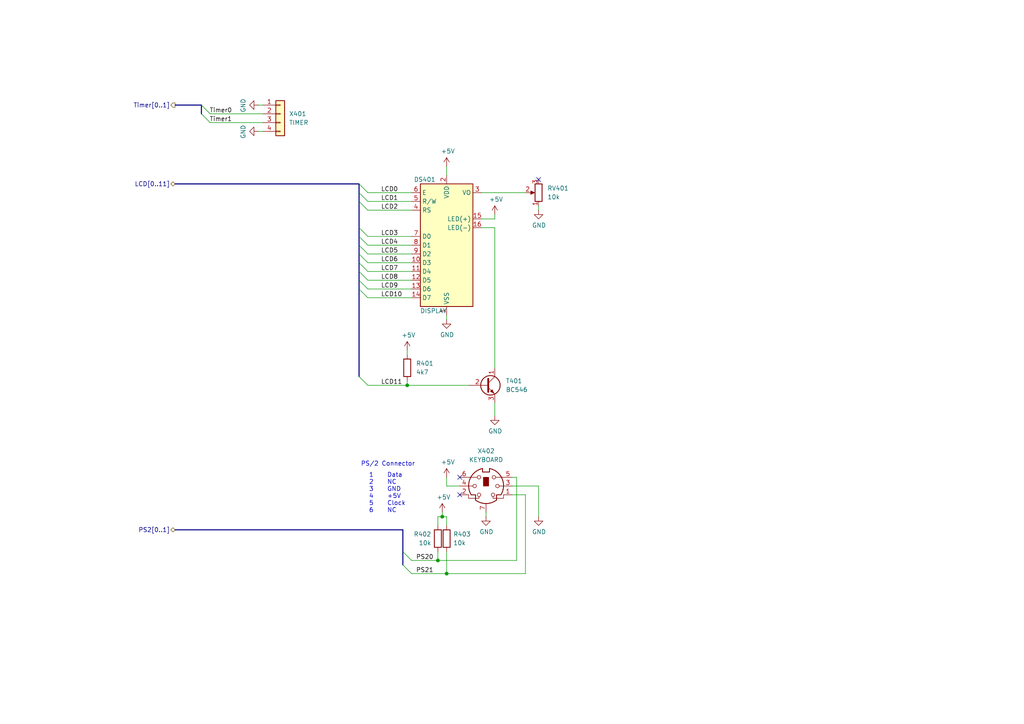
<source format=kicad_sch>
(kicad_sch (version 20231120) (generator "eeschema") (generator_version "8.0")
  (paper "A4")
  (title_block (title "LCD, P2/2 & Timer") (date "2024-10-12") (rev "1.1") (company "https://www.kampis-elektroecke.de") (comment 4 "Author: Ing. Daniel Kampert"))
  (lib_symbols
    (symbol "Connector_Custom:Mini-DIN-6" (pin_names (offset 1.016))
      (property "Reference" "X" (at 0 6.35 0))
      (property "Value" "Mini-DIN-6" (at 0 -6.35 0))
      (symbol "Mini-DIN-6_0_1"
        (circle (center -3.302 0) (radius 0.508))
        (arc (start -3.048 -4.064) (mid 0 -5.08) (end 3.048 -4.064) (stroke (width 0.254)))
        (circle (center -2.032 -2.54) (radius 0.508))
        (circle (center -2.032 2.54) (radius 0.508))
        (arc (start -1.016 5.08) (mid -4.6228 2.1214) (end -4.318 -2.54) (stroke (width 0.254)))
        (rectangle (start -0.762 2.54) (end 0.762 0) (fill (type outline)))
        (polyline (pts (xy -3.81 0) (xy -5.08 0)))
        (polyline (pts (xy -2.54 2.54) (xy -5.08 2.54)))
        (polyline (pts (xy 2.794 2.54) (xy 5.08 2.54)))
        (polyline (pts (xy 5.08 0) (xy 3.81 0)))
        (polyline (pts (xy -4.318 -2.54) (xy -3.048 -2.54) (xy -3.048 -4.064)) (stroke (width 0.254)))
        (polyline (pts (xy 4.318 -2.54) (xy 3.048 -2.54) (xy 3.048 -4.064)) (stroke (width 0.254)))
        (polyline (pts (xy -2.032 -3.048) (xy -2.032 -3.556) (xy -5.08 -3.556) (xy -5.08 -2.54)))
        (polyline (pts (xy -1.016 5.08) (xy -1.016 4.064) (xy 1.016 4.064) (xy 1.016 5.08)) (stroke (width 0.254)))
        (polyline (pts (xy 2.032 -3.048) (xy 2.032 -3.556) (xy 5.08 -3.556) (xy 5.08 -2.54)))
        (circle (center 2.032 -2.54) (radius 0.508))
        (circle (center 2.286 2.54) (radius 0.508))
        (circle (center 3.302 0) (radius 0.508))
        (arc (start 4.318 -2.54) (mid 4.6661 2.1322) (end 1.016 5.08) (stroke (width 0.254)))
      )
      (symbol "Mini-DIN-6_1_1"
        (pin passive line (at 7.62 -2.54 180) (length 2.54) (name "~") (number "1"))
        (pin passive line (at -7.62 -2.54 0) (length 2.54) (name "~") (number "2"))
        (pin passive line (at 7.62 0 180) (length 2.54) (name "~") (number "3"))
        (pin passive line (at -7.62 0 0) (length 2.54) (name "~") (number "4"))
        (pin passive line (at 7.62 2.54 180) (length 2.54) (name "~") (number "5"))
        (pin passive line (at -7.62 2.54 0) (length 2.54) (name "~") (number "6"))
        (pin passive line (at 0 -7.62 90) (length 2.54) (name "~") (number "7"))
      )
    )
    (symbol "Connector_Generic:Conn_01x04" (pin_names (offset 1.016) hide)
      (property "Reference" "J" (at 0 5.08 0))
      (property "Value" "Conn_01x04" (at 0 -7.62 0))
      (symbol "Conn_01x04_1_1"
        (rectangle (start -1.27 -4.953) (end 0 -5.207) (stroke (width 0.1524)))
        (rectangle (start -1.27 -2.413) (end 0 -2.667) (stroke (width 0.1524)))
        (rectangle (start -1.27 0.127) (end 0 -0.127) (stroke (width 0.1524)))
        (rectangle (start -1.27 2.667) (end 0 2.413) (stroke (width 0.1524)))
        (rectangle (start -1.27 3.81) (end 1.27 -6.35) (stroke (width 0.254)) (fill (type background)))
        (pin passive line (at -5.08 2.54 0) (length 3.81) (name "Pin_1") (number "1"))
        (pin passive line (at -5.08 0 0) (length 3.81) (name "Pin_2") (number "2"))
        (pin passive line (at -5.08 -2.54 0) (length 3.81) (name "Pin_3") (number "3"))
        (pin passive line (at -5.08 -5.08 0) (length 3.81) (name "Pin_4") (number "4"))
      )
    )
    (symbol "Device:R" (pin_numbers hide) (pin_names (offset 0))
      (property "Reference" "R" (at 2.032 0 90))
      (property "Value" "R" (at 0 0 90))
      (symbol "R_0_1"
        (rectangle (start -1.016 -2.54) (end 1.016 2.54) (stroke (width 0.254)))
      )
      (symbol "R_1_1"
        (pin passive line (at 0 3.81 270) (length 1.27) (name "~") (number "1"))
        (pin passive line (at 0 -3.81 90) (length 1.27) (name "~") (number "2"))
      )
    )
    (symbol "Device:R_Potentiometer" (pin_names (offset 1.016) hide)
      (property "Reference" "RV" (at -4.445 0 90))
      (property "Value" "R_Potentiometer" (at -2.54 0 90))
      (symbol "R_Potentiometer_0_1"
        (polyline (pts (xy 2.54 0) (xy 1.524 0)))
        (polyline (pts (xy 1.143 0) (xy 2.286 0.508) (xy 2.286 -0.508) (xy 1.143 0)) (fill (type outline)))
        (rectangle (start 1.016 2.54) (end -1.016 -2.54) (stroke (width 0.254)))
      )
      (symbol "R_Potentiometer_1_1"
        (pin passive line (at 0 3.81 270) (length 1.27) (name "1") (number "1"))
        (pin passive line (at 3.81 0 180) (length 1.27) (name "2") (number "2"))
        (pin passive line (at 0 -3.81 90) (length 1.27) (name "3") (number "3"))
      )
    )
    (symbol "Display_Character:WC1602A"
      (property "Reference" "DS" (at -5.842 19.05 0))
      (property "Value" "WC1602A" (at 5.334 19.05 0))
      (symbol "WC1602A_1_1"
        (rectangle (start -7.62 17.78) (end 7.62 -17.78) (stroke (width 0.254)) (fill (type background)))
        (pin power_in line (at 0 -20.32 90) (length 2.54) (name "VSS") (number "1"))
        (pin input line (at -10.16 -5.08 0) (length 2.54) (name "D3") (number "10"))
        (pin input line (at -10.16 -7.62 0) (length 2.54) (name "D4") (number "11"))
        (pin input line (at -10.16 -10.16 0) (length 2.54) (name "D5") (number "12"))
        (pin input line (at -10.16 -12.7 0) (length 2.54) (name "D6") (number "13"))
        (pin input line (at -10.16 -15.24 0) (length 2.54) (name "D7") (number "14"))
        (pin power_in line (at 10.16 7.62 180) (length 2.54) (name "LED(+)") (number "15"))
        (pin power_in line (at 10.16 5.08 180) (length 2.54) (name "LED(-)") (number "16"))
        (pin power_in line (at 0 20.32 270) (length 2.54) (name "VDD") (number "2"))
        (pin input line (at 10.16 15.24 180) (length 2.54) (name "VO") (number "3"))
        (pin input line (at -10.16 10.16 0) (length 2.54) (name "RS") (number "4"))
        (pin input line (at -10.16 12.7 0) (length 2.54) (name "R/W") (number "5"))
        (pin input line (at -10.16 15.24 0) (length 2.54) (name "E") (number "6"))
        (pin input line (at -10.16 2.54 0) (length 2.54) (name "D0") (number "7"))
        (pin input line (at -10.16 0 0) (length 2.54) (name "D1") (number "8"))
        (pin input line (at -10.16 -2.54 0) (length 2.54) (name "D2") (number "9"))
      )
    )
    (symbol "Transistor_BJT:BC546" (pin_names (offset 0) hide)
      (property "Reference" "Q" (at 5.08 1.905 0))
      (property "Value" "BC546" (at 5.08 0 0))
      (symbol "BC546_0_1"
        (polyline (pts (xy 0 0) (xy 0.635 0)))
        (polyline (pts (xy 0.635 0.635) (xy 2.54 2.54)))
        (polyline (pts (xy 0.635 -0.635) (xy 2.54 -2.54) (xy 2.54 -2.54)))
        (polyline (pts (xy 0.635 1.905) (xy 0.635 -1.905) (xy 0.635 -1.905)) (stroke (width 0.508)))
        (polyline (pts (xy 1.27 -1.778) (xy 1.778 -1.27) (xy 2.286 -2.286) (xy 1.27 -1.778) (xy 1.27 -1.778)) (fill (type outline)))
        (circle (center 1.27 0) (radius 2.8194) (stroke (width 0.254)))
      )
      (symbol "BC546_1_1"
        (pin passive line (at 2.54 5.08 270) (length 2.54) (name "C") (number "1"))
        (pin input line (at -5.08 0 0) (length 5.08) (name "B") (number "2"))
        (pin passive line (at 2.54 -5.08 90) (length 2.54) (name "E") (number "3"))
      )
    )
    (symbol "power:+5V" (power) (pin_numbers hide) (pin_names (offset 0) hide)
      (property "Value" "+5V" (at 0 3.556 0))
      (symbol "+5V_0_1"
        (polyline (pts (xy -0.762 1.27) (xy 0 2.54)))
        (polyline (pts (xy 0 0) (xy 0 2.54)))
        (polyline (pts (xy 0 2.54) (xy 0.762 1.27)))
      )
      (symbol "+5V_1_1"
        (pin power_in line (at 0 0 90) (length 0) (name "~") (number "1"))
      )
    )
    (symbol "power:GND" (power) (pin_numbers hide) (pin_names (offset 0) hide)
      (property "Value" "GND" (at 0 -3.81 0))
      (symbol "GND_0_1"
        (polyline (pts (xy 0 0) (xy 0 -1.27) (xy 1.27 -1.27) (xy 0 -2.54) (xy -1.27 -1.27) (xy 0 -1.27)))
      )
      (symbol "GND_1_1"
        (pin power_in line (at 0 0 270) (length 0) (name "~") (number "1"))
      )
    )
  )
  (junction (at 128.27 149.86))
  (junction (at 129.54 166.37))
  (junction (at 127 162.56))
  (junction (at 118.11 111.76))
  (no_connect (at 156.21 52.07))
  (no_connect (at 133.35 143.51))
  (no_connect (at 133.35 138.43))
  (bus_entry (at 104.14 68.58) (size 2.54 2.54))
  (bus_entry (at 104.14 55.88) (size 2.54 2.54))
  (bus_entry (at 104.14 73.66) (size 2.54 2.54))
  (bus_entry (at 104.14 78.74) (size 2.54 2.54))
  (bus_entry (at 104.14 66.04) (size 2.54 2.54))
  (bus_entry (at 58.42 30.48) (size 2.54 2.54))
  (bus_entry (at 104.14 81.28) (size 2.54 2.54))
  (bus_entry (at 104.14 53.34) (size 2.54 2.54))
  (bus_entry (at 104.14 109.22) (size 2.54 2.54))
  (bus_entry (at 58.42 33.02) (size 2.54 2.54))
  (bus_entry (at 104.14 76.2) (size 2.54 2.54))
  (bus_entry (at 104.14 71.12) (size 2.54 2.54))
  (bus_entry (at 104.14 83.82) (size 2.54 2.54))
  (bus_entry (at 116.84 160.02) (size 2.54 2.54))
  (bus_entry (at 116.84 163.83) (size 2.54 2.54))
  (bus_entry (at 104.14 58.42) (size 2.54 2.54))
  (wire (pts (xy 119.38 58.42) (xy 106.68 58.42)))
  (wire (pts (xy 129.54 149.86) (xy 129.54 152.4)))
  (wire (pts (xy 106.68 71.12) (xy 119.38 71.12)))
  (wire (pts (xy 106.68 81.28) (xy 119.38 81.28)))
  (bus (pts (xy 104.14 83.82) (xy 104.14 109.22)))
  (bus (pts (xy 104.14 55.88) (xy 104.14 58.42)))
  (wire (pts (xy 129.54 160.02) (xy 129.54 166.37)))
  (wire (pts (xy 118.11 111.76) (xy 135.89 111.76)))
  (wire (pts (xy 139.7 55.88) (xy 152.4 55.88)))
  (wire (pts (xy 127 160.02) (xy 127 162.56)))
  (bus (pts (xy 58.42 30.48) (xy 58.42 33.02)))
  (wire (pts (xy 60.96 35.56) (xy 76.2 35.56)))
  (wire (pts (xy 128.27 149.86) (xy 129.54 149.86)))
  (wire (pts (xy 139.7 66.04) (xy 143.51 66.04)))
  (bus (pts (xy 116.84 153.67) (xy 116.84 160.02)))
  (wire (pts (xy 133.35 140.97) (xy 129.54 140.97)))
  (bus (pts (xy 104.14 76.2) (xy 104.14 78.74)))
  (bus (pts (xy 104.14 73.66) (xy 104.14 76.2)))
  (wire (pts (xy 143.51 63.5) (xy 143.51 62.23)))
  (wire (pts (xy 74.93 30.48) (xy 76.2 30.48)))
  (wire (pts (xy 127 162.56) (xy 149.86 162.56)))
  (wire (pts (xy 143.51 120.65) (xy 143.51 116.84)))
  (wire (pts (xy 156.21 59.69) (xy 156.21 60.96)))
  (wire (pts (xy 149.86 138.43) (xy 149.86 162.56)))
  (wire (pts (xy 129.54 140.97) (xy 129.54 138.43)))
  (wire (pts (xy 119.38 78.74) (xy 106.68 78.74)))
  (wire (pts (xy 129.54 166.37) (xy 152.4 166.37)))
  (wire (pts (xy 152.4 166.37) (xy 152.4 143.51)))
  (bus (pts (xy 104.14 53.34) (xy 104.14 55.88)))
  (wire (pts (xy 148.59 143.51) (xy 152.4 143.51)))
  (wire (pts (xy 60.96 33.02) (xy 76.2 33.02)))
  (wire (pts (xy 74.93 38.1) (xy 76.2 38.1)))
  (bus (pts (xy 104.14 66.04) (xy 104.14 68.58)))
  (bus (pts (xy 104.14 78.74) (xy 104.14 81.28)))
  (wire (pts (xy 119.38 162.56) (xy 127 162.56)))
  (bus (pts (xy 104.14 81.28) (xy 104.14 83.82)))
  (wire (pts (xy 106.68 60.96) (xy 119.38 60.96)))
  (wire (pts (xy 118.11 110.49) (xy 118.11 111.76)))
  (wire (pts (xy 119.38 68.58) (xy 106.68 68.58)))
  (wire (pts (xy 140.97 148.59) (xy 140.97 149.86)))
  (bus (pts (xy 116.84 160.02) (xy 116.84 163.83)))
  (wire (pts (xy 119.38 73.66) (xy 106.68 73.66)))
  (wire (pts (xy 148.59 140.97) (xy 156.21 140.97)))
  (wire (pts (xy 129.54 48.26) (xy 129.54 50.8)))
  (wire (pts (xy 119.38 166.37) (xy 129.54 166.37)))
  (wire (pts (xy 128.27 149.86) (xy 128.27 148.59)))
  (wire (pts (xy 148.59 138.43) (xy 149.86 138.43)))
  (wire (pts (xy 156.21 140.97) (xy 156.21 149.86)))
  (wire (pts (xy 139.7 63.5) (xy 143.51 63.5)))
  (wire (pts (xy 129.54 91.44) (xy 129.54 92.71)))
  (bus (pts (xy 104.14 68.58) (xy 104.14 71.12)))
  (wire (pts (xy 127 149.86) (xy 128.27 149.86)))
  (bus (pts (xy 104.14 58.42) (xy 104.14 66.04)))
  (wire (pts (xy 127 152.4) (xy 127 149.86)))
  (wire (pts (xy 106.68 55.88) (xy 119.38 55.88)))
  (bus (pts (xy 104.14 53.34) (xy 50.8 53.34)))
  (wire (pts (xy 106.68 111.76) (xy 118.11 111.76)))
  (wire (pts (xy 106.68 86.36) (xy 119.38 86.36)))
  (wire (pts (xy 118.11 102.87) (xy 118.11 101.6)))
  (wire (pts (xy 106.68 76.2) (xy 119.38 76.2)))
  (bus (pts (xy 104.14 71.12) (xy 104.14 73.66)))
  (bus (pts (xy 50.8 30.48) (xy 58.42 30.48)))
  (wire (pts (xy 143.51 66.04) (xy 143.51 106.68)))
  (wire (pts (xy 119.38 83.82) (xy 106.68 83.82)))
  (bus (pts (xy 116.84 153.67) (xy 50.8 153.67)))
  (text "PS/2 Connector" (at 104.648 135.382 0) (effects (font (size 1.27 1.27)) (justify left bottom)))
  (text "Data\nNC\nGND\n+5V\nClock\nNC" (at 112.268 143.002 0) (effects (font (size 1.27 1.27)) (justify left)))
  (text "1\n2\n3\n4\n5\n6" (at 107.696 143.002 0) (effects (font (size 1.27 1.27))))
  (label "Timer1" (at 67.31 35.56 180))
  (label "LCD1" (at 110.49 58.42 0))
  (label "LCD7" (at 110.49 78.74 0))
  (label "LCD0" (at 110.49 55.88 0))
  (label "LCD5" (at 110.49 73.66 0))
  (label "LCD8" (at 110.49 81.28 0))
  (label "LCD4" (at 110.49 71.12 0))
  (label "LCD2" (at 110.49 60.96 0))
  (label "LCD10" (at 110.49 86.36 0))
  (label "LCD6" (at 110.49 76.2 0))
  (label "LCD11" (at 110.49 111.76 0))
  (label "Timer0" (at 67.31 33.02 180))
  (label "LCD9" (at 110.49 83.82 0))
  (label "PS20" (at 120.65 162.56 0))
  (label "LCD3" (at 110.49 68.58 0))
  (label "PS21" (at 120.65 166.37 0))
  (hierarchical_label "Timer[0..1]" (shape output) (at 50.8 30.48 180))
  (hierarchical_label "PS2[0..1]" (shape bidirectional) (at 50.8 153.67 180))
  (hierarchical_label "LCD[0..11]" (shape bidirectional) (at 50.8 53.34 180))
  (symbol (lib_id "power:GND") (at 140.97 149.86 0) (unit 1)
    (property "Reference" "#PWR0408" (effects (hide yes)))
    (property "Value" "GND" (at 141.097 154.2542 0))
    (property "Description" "Power symbol creates a global label with name \"GND\" , ground" (effects (hide yes)))
  )
  (symbol (lib_id "Display_Character:WC1602A") (at 129.54 71.12 0) (unit 1)
    (property "Reference" "DS401" (at 123.19 52.07 0))
    (property "Value" "DISPLAY" (at 125.73 90.17 0))
    (property "Footprint" "Display:WC1602A" (effects (hide yes)))
    (property "Datasheet" "http://www.wincomlcd.com/pdf/WC1602A-SFYLYHTC06.pdf" (effects (hide yes)))
    (property "Description" "LCD 16x2 Alphanumeric , 8 bit parallel bus, 5V VDD" (effects (hide yes)))
    (property "Mfr." "Newhaven Display" (effects (hide yes)))
    (property "Mfr. No." "NHD-0220GZ-FSW-GBW-L" (effects (hide yes)))
    (property "Mouser" "763-0220GZ-FSW-GBW" (effects (hide yes)))
    (property "Distributor" "Mouser" (effects (hide yes)))
    (property "Order Number" "763-0220GZ-FSW-GBW" (effects (hide yes)))
  )
  (symbol (lib_id "power:+5V") (at 129.54 48.26 0) (unit 1)
    (property "Reference" "#PWR0405" (effects (hide yes)))
    (property "Value" "+5V" (at 129.921 43.8658 0))
    (property "Description" "Power symbol creates a global label with name \"+5V\"" (effects (hide yes)))
  )
  (symbol (lib_id "power:GND") (at 129.54 92.71 0) (unit 1)
    (property "Reference" "#PWR0406" (effects (hide yes)))
    (property "Value" "GND" (at 129.667 97.1042 0))
    (property "Description" "Power symbol creates a global label with name \"GND\" , ground" (effects (hide yes)))
  )
  (symbol (lib_id "Connector_Custom:Mini-DIN-6") (at 140.97 140.97 0) (unit 1)
    (property "Reference" "X402" (at 140.9878 130.81 0))
    (property "Value" "KEYBOARD" (at 140.9878 133.35 0))
    (property "Footprint" "Connector_Generic:Mini-DIN_TE_Female_6Pin_2rows" (effects (hide yes)))
    (property "Datasheet" "https://www.te.com/commerce/DocumentDelivery/DDEController?Action=showdoc&DocId=Customer+Drawing%7F5749180%7FA1%7Ftif%7FEnglish%7FENG_CD_5749180_A1.tif%7F5749180-1" (effects (hide yes)))
    (property "Description" "6-pin Mini-DIN connector" (effects (hide yes)))
    (property "Mfr." "TE Connectivity" (effects (hide yes)))
    (property "Mfr. No." "5749180-1" (effects (hide yes)))
    (property "Mouser" "571-5749180-1" (effects (hide yes)))
    (property "Distributor" "Mouser" (effects (hide yes)))
    (property "Order Number" "571-5749231-1" (effects (hide yes)))
  )
  (symbol (lib_id "power:+5V") (at 129.54 138.43 0) (unit 1)
    (property "Reference" "#PWR0407" (effects (hide yes)))
    (property "Value" "+5V" (at 129.921 134.0358 0))
    (property "Description" "Power symbol creates a global label with name \"+5V\"" (effects (hide yes)))
  )
  (symbol (lib_id "power:GND") (at 156.21 149.86 0) (unit 1)
    (property "Reference" "#PWR0412" (effects (hide yes)))
    (property "Value" "GND" (at 156.337 154.2542 0))
    (property "Description" "Power symbol creates a global label with name \"GND\" , ground" (effects (hide yes)))
  )
  (symbol (lib_id "Device:R_Potentiometer") (at 156.21 55.88 180) (unit 1)
    (property "Reference" "RV401" (at 158.75 54.6099 0) (effects (justify right)))
    (property "Value" "10k" (at 158.75 57.1499 0) (effects (justify right)))
    (property "Footprint" "Potentiometer_THT_Kampi:Bourns_3386P_Vertical" (effects (hide yes)))
    (property "Description" "Potentiometer" (effects (hide yes)))
    (property "Mfr." "Bourns" (effects (hide yes)))
    (property "Mfr. No." "3386Y-1-103LF" (effects (hide yes)))
    (property "Mouser" "652-3386Y-1-103LF" (effects (hide yes)))
    (property "Distributor" "Mouser" (effects (hide yes)))
    (property "Order Number" "652-3386Y-1-103LF" (effects (hide yes)))
  )
  (symbol (lib_id "power:GND") (at 156.21 60.96 0) (unit 1)
    (property "Reference" "#PWR0411" (effects (hide yes)))
    (property "Value" "GND" (at 156.337 65.3542 0))
    (property "Description" "Power symbol creates a global label with name \"GND\" , ground" (effects (hide yes)))
  )
  (symbol (lib_id "power:+5V") (at 143.51 62.23 0) (unit 1)
    (property "Reference" "#PWR0409" (effects (hide yes)))
    (property "Value" "+5V" (at 143.891 57.8358 0))
    (property "Description" "Power symbol creates a global label with name \"+5V\"" (effects (hide yes)))
  )
  (symbol (lib_id "Device:R") (at 127 156.21 0) (unit 1)
    (property "Reference" "R402" (at 125.095 154.9399 0) (effects (justify right)))
    (property "Value" "10k" (at 125.095 157.4799 0) (effects (justify right)))
    (property "Footprint" "Resistor_THT:R_Axial_DIN0207_L6.3mm_D2.5mm_P7.62mm_Horizontal" (effects (hide yes)))
    (property "Description" "Resistor" (effects (hide yes)))
    (property "Mfr." "Yageo" (effects (hide yes)))
    (property "Mfr. No." "MFP-25BRD52-10K" (effects (hide yes)))
    (property "Mouser" "603-MFP-25BRD52-10K" (effects (hide yes)))
    (property "Distributor" "Mouser" (effects (hide yes)))
    (property "Order Number" "603-MFP-25BRD52-10K" (effects (hide yes)))
  )
  (symbol (lib_id "Device:R") (at 129.54 156.21 0) (unit 1)
    (property "Reference" "R403" (at 131.445 154.9399 0) (effects (justify left)))
    (property "Value" "10k" (at 131.445 157.4799 0) (effects (justify left)))
    (property "Footprint" "Resistor_THT:R_Axial_DIN0207_L6.3mm_D2.5mm_P7.62mm_Horizontal" (effects (hide yes)))
    (property "Description" "Resistor" (effects (hide yes)))
    (property "Mfr." "Yageo" (effects (hide yes)))
    (property "Mfr. No." "MFP-25BRD52-10K" (effects (hide yes)))
    (property "Mouser" "603-MFP-25BRD52-10K" (effects (hide yes)))
    (property "Distributor" "Mouser" (effects (hide yes)))
    (property "Order Number" "603-MFP-25BRD52-10K" (effects (hide yes)))
  )
  (symbol (lib_id "power:+5V") (at 128.27 148.59 0) (unit 1)
    (property "Reference" "#PWR0404" (effects (hide yes)))
    (property "Value" "+5V" (at 128.651 144.1958 0))
    (property "Description" "Power symbol creates a global label with name \"+5V\"" (effects (hide yes)))
  )
  (symbol (lib_id "Transistor_BJT:BC546") (at 140.97 111.76 0) (unit 1)
    (property "Reference" "T401" (at 146.685 110.4899 0) (effects (justify left)))
    (property "Value" "BC546" (at 146.685 113.0299 0) (effects (justify left)))
    (property "Footprint" "Package_TO_SOT_THT:TO-92_Inline" (effects (hide yes)))
    (property "Datasheet" "https://www.onsemi.com/pub/Collateral/BC550-D.pdf" (effects (hide yes)))
    (property "Description" "0.1A Ic, 65V Vce, Small Signal NPN Transistor, TO-92" (effects (hide yes)))
    (property "Mfr." "ON Semiconductor / Fairchild" (effects (hide yes)))
    (property "Mfr. No." "BC546CTA" (effects (hide yes)))
    (property "Mouser" "512-BC546CTA" (effects (hide yes)))
    (property "Distributor" "Mouser" (effects (hide yes)))
    (property "Order Number" "512-BC546CTA" (effects (hide yes)))
  )
  (symbol (lib_id "power:GND") (at 143.51 120.65 0) (unit 1)
    (property "Reference" "#PWR0410" (effects (hide yes)))
    (property "Value" "GND" (at 143.637 125.0442 0))
    (property "Description" "Power symbol creates a global label with name \"GND\" , ground" (effects (hide yes)))
  )
  (symbol (lib_id "Device:R") (at 118.11 106.68 0) (unit 1)
    (property "Reference" "R401" (at 120.65 105.4099 0) (effects (justify left)))
    (property "Value" "4k7" (at 120.65 107.9499 0) (effects (justify left)))
    (property "Footprint" "Resistor_THT:R_Axial_DIN0207_L6.3mm_D2.5mm_P7.62mm_Horizontal" (effects (hide yes)))
    (property "Description" "Resistor" (effects (hide yes)))
    (property "Mfr." "Yageo" (effects (hide yes)))
    (property "Mfr. No." "MFP-25BRD52-4K7" (effects (hide yes)))
    (property "Mouser" "603-MFP-25BRD52-4K7" (effects (hide yes)))
    (property "Distributor" "Mouser" (effects (hide yes)))
    (property "Order Number" "603-MFP-25BRD52-4K7" (effects (hide yes)))
  )
  (symbol (lib_id "power:+5V") (at 118.11 101.6 0) (unit 1)
    (property "Reference" "#PWR0403" (effects (hide yes)))
    (property "Value" "+5V" (at 118.491 97.2058 0))
    (property "Description" "Power symbol creates a global label with name \"+5V\"" (effects (hide yes)))
  )
  (symbol (lib_id "power:GND") (at 74.93 38.1 270) (unit 1)
    (property "Reference" "#PWR0402" (effects (hide yes)))
    (property "Value" "GND" (at 70.5358 38.227 0))
    (property "Description" "Power symbol creates a global label with name \"GND\" , ground" (effects (hide yes)))
  )
  (symbol (lib_id "Connector_Generic:Conn_01x04") (at 81.28 33.02 0) (unit 1)
    (property "Reference" "X401" (at 83.82 33.0199 0) (effects (justify left)))
    (property "Value" "TIMER" (at 83.82 35.5599 0) (effects (justify left)))
    (property "Footprint" "Connector_PinHeader_2.54mm:PinHeader_1x04_P2.54mm_Vertical" (effects (hide yes)))
    (property "Description" "Generic connector, single row, 01x04, script generated (kicad-library-utils/schlib/autogen/connector/)" (effects (hide yes)))
    (property "Mfr." "TE Connectivity / AMP" (effects (hide yes)))
    (property "Mfr. No." "826926-4" (effects (hide yes)))
    (property "Mouser" "571-826926-4" (effects (hide yes)))
    (property "Distributor" "Mouser" (effects (hide yes)))
    (property "Order Number" "571-826926-4" (effects (hide yes)))
  )
  (symbol (lib_id "power:GND") (at 74.93 30.48 270) (unit 1)
    (property "Reference" "#PWR0401" (effects (hide yes)))
    (property "Value" "GND" (at 70.5358 30.607 0))
    (property "Description" "Power symbol creates a global label with name \"GND\" , ground" (effects (hide yes)))
  )
)
</source>
